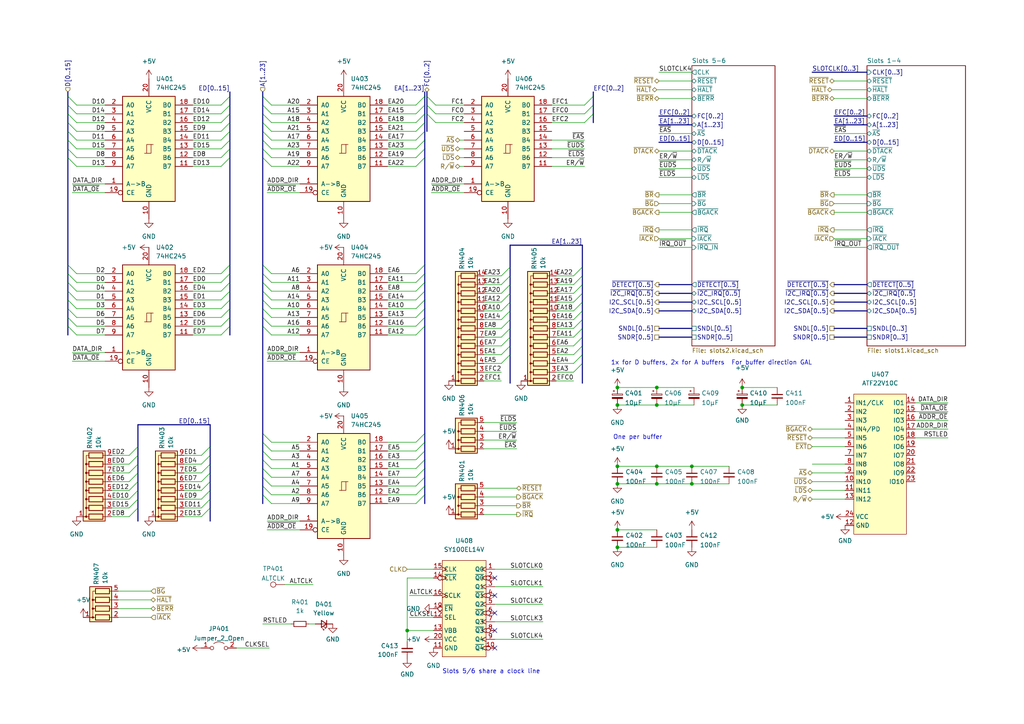
<source format=kicad_sch>
(kicad_sch (version 20211123) (generator eeschema)
  (paper "A4")
  (title_block (title "Backplane") (date "2022-03-01") (rev "2") (company "Tristan Seifert") (comment 1 "Buffers may be substituted with 74VHC245 for higher speed") (comment 2 "Close JP401 to send ALTCLK to slot clock pins instead of CPU clk"))
  (junction (at 179.07 140.335))
  (junction (at 215.265 112.395))
  (junction (at 190.5 117.475))
  (junction (at 179.07 153.67))
  (junction (at 215.265 117.475))
  (junction (at 179.07 112.395))
  (junction (at 118.11 182.88))
  (junction (at 179.07 135.255))
  (junction (at 200.66 140.335))
  (junction (at 200.66 135.255))
  (junction (at 190.5 140.335))
  (junction (at 190.5 112.395))
  (junction (at 179.07 117.475))
  (junction (at 179.07 158.75))
  (junction (at 190.5 135.255))
  (no_connect (at 143.51 187.96))
  (no_connect (at 143.51 177.8))
  (no_connect (at 143.51 182.88))
  (no_connect (at 143.51 167.64))
  (no_connect (at 143.51 172.72))
  (bus_entry (at 168.91 80.01) (size -2.54 2.54))
  (bus_entry (at 123.19 40.64) (size -2.54 2.54))
  (bus_entry (at 66.675 92.075) (size -2.54 2.54))
  (bus_entry (at 66.675 94.615) (size -2.54 2.54))
  (bus_entry (at 168.91 100.33) (size -2.54 2.54))
  (bus_entry (at 19.685 27.94) (size 2.54 2.54))
  (bus_entry (at 168.91 102.87) (size -2.54 2.54))
  (bus_entry (at 19.685 43.18) (size 2.54 2.54))
  (bus_entry (at 76.2 128.27) (size 2.54 2.54))
  (bus_entry (at 168.91 105.41) (size -2.54 2.54))
  (bus_entry (at 123.19 43.18) (size -2.54 2.54))
  (bus_entry (at 66.675 33.02) (size -2.54 2.54))
  (bus_entry (at 76.2 133.35) (size 2.54 2.54))
  (bus_entry (at 66.675 30.48) (size -2.54 2.54))
  (bus_entry (at 76.2 89.535) (size 2.54 2.54))
  (bus_entry (at 168.91 87.63) (size -2.54 2.54))
  (bus_entry (at 123.19 84.455) (size -2.54 2.54))
  (bus_entry (at 19.685 33.02) (size 2.54 2.54))
  (bus_entry (at 76.2 76.835) (size 2.54 2.54))
  (bus_entry (at 147.955 90.17) (size -2.54 2.54))
  (bus_entry (at 76.2 35.56) (size 2.54 2.54))
  (bus_entry (at 123.19 45.72) (size -2.54 2.54))
  (bus_entry (at 40.005 142.24) (size -2.54 2.54))
  (bus_entry (at 123.19 79.375) (size -2.54 2.54))
  (bus_entry (at 147.955 95.25) (size -2.54 2.54))
  (bus_entry (at 147.955 82.55) (size -2.54 2.54))
  (bus_entry (at 40.005 137.16) (size -2.54 2.54))
  (bus_entry (at 147.955 87.63) (size -2.54 2.54))
  (bus_entry (at 76.2 135.89) (size 2.54 2.54))
  (bus_entry (at 168.91 90.17) (size -2.54 2.54))
  (bus_entry (at 60.96 147.32) (size -2.54 2.54))
  (bus_entry (at 123.19 140.97) (size -2.54 2.54))
  (bus_entry (at 66.675 35.56) (size -2.54 2.54))
  (bus_entry (at 66.675 27.94) (size -2.54 2.54))
  (bus_entry (at 123.19 135.89) (size -2.54 2.54))
  (bus_entry (at 40.005 144.78) (size -2.54 2.54))
  (bus_entry (at 168.91 92.71) (size -2.54 2.54))
  (bus_entry (at 66.675 43.18) (size -2.54 2.54))
  (bus_entry (at 147.955 102.87) (size -2.54 2.54))
  (bus_entry (at 168.91 82.55) (size -2.54 2.54))
  (bus_entry (at 40.005 134.62) (size -2.54 2.54))
  (bus_entry (at 123.19 35.56) (size -2.54 2.54))
  (bus_entry (at 60.96 137.16) (size -2.54 2.54))
  (bus_entry (at 19.685 35.56) (size 2.54 2.54))
  (bus_entry (at 66.675 79.375) (size -2.54 2.54))
  (bus_entry (at 123.19 76.835) (size -2.54 2.54))
  (bus_entry (at 168.91 77.47) (size -2.54 2.54))
  (bus_entry (at 66.675 81.915) (size -2.54 2.54))
  (bus_entry (at 123.19 143.51) (size -2.54 2.54))
  (bus_entry (at 76.2 81.915) (size 2.54 2.54))
  (bus_entry (at 147.955 92.71) (size -2.54 2.54))
  (bus_entry (at 66.675 86.995) (size -2.54 2.54))
  (bus_entry (at 76.2 38.1) (size 2.54 2.54))
  (bus_entry (at 76.2 43.18) (size 2.54 2.54))
  (bus_entry (at 19.685 45.72) (size 2.54 2.54))
  (bus_entry (at 66.675 84.455) (size -2.54 2.54))
  (bus_entry (at 76.2 30.48) (size 2.54 2.54))
  (bus_entry (at 19.685 30.48) (size 2.54 2.54))
  (bus_entry (at 147.955 80.01) (size -2.54 2.54))
  (bus_entry (at 76.2 140.97) (size 2.54 2.54))
  (bus_entry (at 19.685 79.375) (size 2.54 2.54))
  (bus_entry (at 19.685 76.835) (size 2.54 2.54))
  (bus_entry (at 19.685 94.615) (size 2.54 2.54))
  (bus_entry (at 19.685 92.075) (size 2.54 2.54))
  (bus_entry (at 19.685 89.535) (size 2.54 2.54))
  (bus_entry (at 19.685 84.455) (size 2.54 2.54))
  (bus_entry (at 19.685 86.995) (size 2.54 2.54))
  (bus_entry (at 19.685 81.915) (size 2.54 2.54))
  (bus_entry (at 147.955 85.09) (size -2.54 2.54))
  (bus_entry (at 66.675 38.1) (size -2.54 2.54))
  (bus_entry (at 19.685 38.1) (size 2.54 2.54))
  (bus_entry (at 40.005 132.08) (size -2.54 2.54))
  (bus_entry (at 147.955 77.47) (size -2.54 2.54))
  (bus_entry (at 76.2 94.615) (size 2.54 2.54))
  (bus_entry (at 40.005 129.54) (size -2.54 2.54))
  (bus_entry (at 76.2 86.995) (size 2.54 2.54))
  (bus_entry (at 66.675 45.72) (size -2.54 2.54))
  (bus_entry (at 123.19 38.1) (size -2.54 2.54))
  (bus_entry (at 123.19 92.075) (size -2.54 2.54))
  (bus_entry (at 76.2 92.075) (size 2.54 2.54))
  (bus_entry (at 168.91 97.79) (size -2.54 2.54))
  (bus_entry (at 76.2 40.64) (size 2.54 2.54))
  (bus_entry (at 60.96 134.62) (size -2.54 2.54))
  (bus_entry (at 40.005 139.7) (size -2.54 2.54))
  (bus_entry (at 123.19 81.915) (size -2.54 2.54))
  (bus_entry (at 76.2 33.02) (size 2.54 2.54))
  (bus_entry (at 123.19 130.81) (size -2.54 2.54))
  (bus_entry (at 123.19 125.73) (size -2.54 2.54))
  (bus_entry (at 76.2 45.72) (size 2.54 2.54))
  (bus_entry (at 19.685 40.64) (size 2.54 2.54))
  (bus_entry (at 123.19 94.615) (size -2.54 2.54))
  (bus_entry (at 147.955 100.33) (size -2.54 2.54))
  (bus_entry (at 168.91 95.25) (size -2.54 2.54))
  (bus_entry (at 66.675 89.535) (size -2.54 2.54))
  (bus_entry (at 168.91 85.09) (size -2.54 2.54))
  (bus_entry (at 123.19 27.94) (size -2.54 2.54))
  (bus_entry (at 60.96 129.54) (size -2.54 2.54))
  (bus_entry (at 76.2 79.375) (size 2.54 2.54))
  (bus_entry (at 60.96 144.78) (size -2.54 2.54))
  (bus_entry (at 123.19 30.48) (size -2.54 2.54))
  (bus_entry (at 123.19 89.535) (size -2.54 2.54))
  (bus_entry (at 76.2 138.43) (size 2.54 2.54))
  (bus_entry (at 76.2 130.81) (size 2.54 2.54))
  (bus_entry (at 123.19 133.35) (size -2.54 2.54))
  (bus_entry (at 66.675 40.64) (size -2.54 2.54))
  (bus_entry (at 147.955 97.79) (size -2.54 2.54))
  (bus_entry (at 123.825 27.94) (size 2.54 2.54))
  (bus_entry (at 123.825 33.02) (size 2.54 2.54))
  (bus_entry (at 123.825 30.48) (size 2.54 2.54))
  (bus_entry (at 123.19 128.27) (size -2.54 2.54))
  (bus_entry (at 76.2 27.94) (size 2.54 2.54))
  (bus_entry (at 76.2 84.455) (size 2.54 2.54))
  (bus_entry (at 76.2 125.73) (size 2.54 2.54))
  (bus_entry (at 169.545 35.56) (size 2.54 -2.54))
  (bus_entry (at 169.545 33.02) (size 2.54 -2.54))
  (bus_entry (at 169.545 30.48) (size 2.54 -2.54))
  (bus_entry (at 60.96 132.08) (size -2.54 2.54))
  (bus_entry (at 60.96 139.7) (size -2.54 2.54))
  (bus_entry (at 123.19 86.995) (size -2.54 2.54))
  (bus_entry (at 123.19 33.02) (size -2.54 2.54))
  (bus_entry (at 123.19 138.43) (size -2.54 2.54))
  (bus_entry (at 60.96 142.24) (size -2.54 2.54))
  (bus_entry (at 66.675 76.835) (size -2.54 2.54))
  (bus_entry (at 40.005 147.32) (size -2.54 2.54))
  (bus_entry (at 76.2 143.51) (size 2.54 2.54))
  (bus (pts (xy 19.685 92.075) (xy 19.685 94.615)))
  (bus (pts (xy 40.005 134.62) (xy 40.005 137.16)))
  (bus (pts (xy 168.91 90.17) (xy 168.91 92.71)))
  (wire (pts (xy 161.29 80.01) (xy 166.37 80.01)))
  (wire (pts (xy 78.74 97.155) (xy 86.995 97.155)))
  (wire (pts (xy 53.34 139.7) (xy 58.42 139.7)))
  (wire (pts (xy 265.43 127) (xy 274.955 127)))
  (wire (pts (xy 120.65 30.48) (xy 112.395 30.48)))
  (bus (pts (xy 147.955 95.25) (xy 147.955 97.79)))
  (wire (pts (xy 32.385 149.86) (xy 37.465 149.86)))
  (wire (pts (xy 22.225 94.615) (xy 30.48 94.615)))
  (wire (pts (xy 64.135 30.48) (xy 55.88 30.48)))
  (wire (pts (xy 120.65 135.89) (xy 112.395 135.89)))
  (bus (pts (xy 147.955 77.47) (xy 147.955 80.01)))
  (bus (pts (xy 123.19 33.02) (xy 123.19 35.56)))
  (wire (pts (xy 149.86 127.635) (xy 140.335 127.635)))
  (bus (pts (xy 123.19 43.18) (xy 123.19 45.72)))
  (bus (pts (xy 147.955 100.33) (xy 147.955 102.87)))
  (wire (pts (xy 22.225 81.915) (xy 30.48 81.915)))
  (wire (pts (xy 140.335 85.09) (xy 145.415 85.09)))
  (bus (pts (xy 147.955 92.71) (xy 147.955 95.25)))
  (bus (pts (xy 76.2 76.835) (xy 76.2 79.375)))
  (wire (pts (xy 125.73 182.88) (xy 118.11 182.88)))
  (wire (pts (xy 68.58 187.96) (xy 78.105 187.96)))
  (bus (pts (xy 40.005 132.08) (xy 40.005 134.62)))
  (bus (pts (xy 168.91 77.47) (xy 168.91 80.01)))
  (bus (pts (xy 76.2 125.73) (xy 76.2 128.27)))
  (bus (pts (xy 60.96 139.7) (xy 60.96 142.24)))
  (bus (pts (xy 172.085 33.02) (xy 172.085 35.56)))
  (wire (pts (xy 191.135 69.215) (xy 200.66 69.215)))
  (wire (pts (xy 241.935 69.215) (xy 251.46 69.215)))
  (bus (pts (xy 191.135 95.25) (xy 200.66 95.25)))
  (wire (pts (xy 190.5 117.475) (xy 201.295 117.475)))
  (wire (pts (xy 64.135 89.535) (xy 55.88 89.535)))
  (wire (pts (xy 77.47 102.235) (xy 86.995 102.235)))
  (wire (pts (xy 200.66 140.335) (xy 211.455 140.335)))
  (wire (pts (xy 161.29 92.71) (xy 166.37 92.71)))
  (wire (pts (xy 78.74 79.375) (xy 86.995 79.375)))
  (wire (pts (xy 235.585 134.62) (xy 245.11 134.62)))
  (wire (pts (xy 126.365 33.02) (xy 134.62 33.02)))
  (wire (pts (xy 143.51 165.1) (xy 157.48 165.1)))
  (bus (pts (xy 66.675 40.64) (xy 66.675 43.18)))
  (bus (pts (xy 168.91 97.79) (xy 168.91 100.33)))
  (wire (pts (xy 20.955 53.34) (xy 30.48 53.34)))
  (wire (pts (xy 78.74 128.27) (xy 86.995 128.27)))
  (bus (pts (xy 168.91 80.01) (xy 168.91 82.55)))
  (wire (pts (xy 140.335 107.95) (xy 145.415 107.95)))
  (wire (pts (xy 179.07 135.255) (xy 190.5 135.255)))
  (wire (pts (xy 120.65 133.35) (xy 112.395 133.35)))
  (bus (pts (xy 76.2 84.455) (xy 76.2 86.995)))
  (bus (pts (xy 76.2 26.67) (xy 76.2 27.94)))
  (bus (pts (xy 19.685 35.56) (xy 19.685 38.1)))
  (wire (pts (xy 64.135 40.64) (xy 55.88 40.64)))
  (bus (pts (xy 123.19 138.43) (xy 123.19 140.97)))
  (bus (pts (xy 19.685 27.94) (xy 19.685 30.48)))
  (wire (pts (xy 64.135 48.26) (xy 55.88 48.26)))
  (wire (pts (xy 53.34 149.86) (xy 58.42 149.86)))
  (wire (pts (xy 20.955 55.88) (xy 30.48 55.88)))
  (wire (pts (xy 120.65 140.97) (xy 112.395 140.97)))
  (wire (pts (xy 160.02 35.56) (xy 169.545 35.56)))
  (bus (pts (xy 66.675 86.995) (xy 66.675 89.535)))
  (wire (pts (xy 161.29 100.33) (xy 166.37 100.33)))
  (wire (pts (xy 78.74 138.43) (xy 86.995 138.43)))
  (bus (pts (xy 19.685 38.1) (xy 19.685 40.64)))
  (wire (pts (xy 64.135 97.155) (xy 55.88 97.155)))
  (wire (pts (xy 160.02 33.02) (xy 169.545 33.02)))
  (wire (pts (xy 241.935 56.515) (xy 251.46 56.515)))
  (wire (pts (xy 64.135 92.075) (xy 55.88 92.075)))
  (bus (pts (xy 66.675 94.615) (xy 66.675 97.155)))
  (bus (pts (xy 123.19 92.075) (xy 123.19 94.615)))
  (bus (pts (xy 123.19 81.915) (xy 123.19 84.455)))
  (bus (pts (xy 191.135 90.17) (xy 200.66 90.17)))
  (bus (pts (xy 147.955 87.63) (xy 147.955 90.17)))
  (bus (pts (xy 76.2 140.97) (xy 76.2 143.51)))
  (wire (pts (xy 120.65 35.56) (xy 112.395 35.56)))
  (bus (pts (xy 19.685 43.18) (xy 19.685 45.72)))
  (wire (pts (xy 120.65 97.155) (xy 112.395 97.155)))
  (bus (pts (xy 66.675 81.915) (xy 66.675 84.455)))
  (wire (pts (xy 64.135 86.995) (xy 55.88 86.995)))
  (bus (pts (xy 40.005 144.78) (xy 40.005 147.32)))
  (bus (pts (xy 168.91 71.12) (xy 168.91 77.47)))
  (wire (pts (xy 120.65 38.1) (xy 112.395 38.1)))
  (wire (pts (xy 200.66 135.255) (xy 211.455 135.255)))
  (wire (pts (xy 235.585 144.78) (xy 245.11 144.78)))
  (wire (pts (xy 140.335 110.49) (xy 145.415 110.49)))
  (wire (pts (xy 34.29 176.53) (xy 43.815 176.53)))
  (bus (pts (xy 172.085 27.94) (xy 172.085 30.48)))
  (bus (pts (xy 147.955 71.12) (xy 168.91 71.12)))
  (bus (pts (xy 191.135 87.63) (xy 200.66 87.63)))
  (wire (pts (xy 160.02 43.18) (xy 169.545 43.18)))
  (wire (pts (xy 241.935 28.575) (xy 251.46 28.575)))
  (bus (pts (xy 191.135 41.275) (xy 200.66 41.275)))
  (wire (pts (xy 120.65 43.18) (xy 112.395 43.18)))
  (bus (pts (xy 123.19 128.27) (xy 123.19 130.81)))
  (wire (pts (xy 179.07 112.395) (xy 190.5 112.395)))
  (bus (pts (xy 19.685 26.67) (xy 19.685 27.94)))
  (wire (pts (xy 78.74 94.615) (xy 86.995 94.615)))
  (wire (pts (xy 160.02 45.72) (xy 169.545 45.72)))
  (bus (pts (xy 76.2 89.535) (xy 76.2 92.075)))
  (wire (pts (xy 235.585 124.46) (xy 245.11 124.46)))
  (wire (pts (xy 120.65 84.455) (xy 112.395 84.455)))
  (wire (pts (xy 78.74 92.075) (xy 86.995 92.075)))
  (wire (pts (xy 133.35 43.18) (xy 134.62 43.18)))
  (bus (pts (xy 123.19 143.51) (xy 123.19 146.05)))
  (wire (pts (xy 125.095 53.34) (xy 134.62 53.34)))
  (wire (pts (xy 191.135 43.815) (xy 200.66 43.815)))
  (wire (pts (xy 78.74 45.72) (xy 86.995 45.72)))
  (bus (pts (xy 123.19 133.35) (xy 123.19 135.89)))
  (bus (pts (xy 66.675 27.94) (xy 66.675 30.48)))
  (bus (pts (xy 76.2 35.56) (xy 76.2 38.1)))
  (bus (pts (xy 123.19 86.995) (xy 123.19 89.535)))
  (wire (pts (xy 22.225 43.18) (xy 30.48 43.18)))
  (wire (pts (xy 235.585 139.7) (xy 245.11 139.7)))
  (wire (pts (xy 22.225 84.455) (xy 30.48 84.455)))
  (bus (pts (xy 60.96 147.32) (xy 60.96 151.13)))
  (wire (pts (xy 161.29 97.79) (xy 166.37 97.79)))
  (bus (pts (xy 76.2 86.995) (xy 76.2 89.535)))
  (wire (pts (xy 241.935 43.815) (xy 251.46 43.815)))
  (bus (pts (xy 123.19 135.89) (xy 123.19 138.43)))
  (bus (pts (xy 172.085 30.48) (xy 172.085 33.02)))
  (wire (pts (xy 149.86 125.095) (xy 140.335 125.095)))
  (wire (pts (xy 120.65 130.81) (xy 112.395 130.81)))
  (bus (pts (xy 168.91 102.87) (xy 168.91 105.41)))
  (wire (pts (xy 22.225 45.72) (xy 30.48 45.72)))
  (wire (pts (xy 191.135 59.055) (xy 200.66 59.055)))
  (bus (pts (xy 147.955 102.87) (xy 147.955 111.125)))
  (bus (pts (xy 123.19 40.64) (xy 123.19 43.18)))
  (bus (pts (xy 60.96 137.16) (xy 60.96 139.7)))
  (wire (pts (xy 64.135 45.72) (xy 55.88 45.72)))
  (bus (pts (xy 241.935 85.09) (xy 251.46 85.09)))
  (wire (pts (xy 64.135 79.375) (xy 55.88 79.375)))
  (bus (pts (xy 40.005 137.16) (xy 40.005 139.7)))
  (wire (pts (xy 20.955 104.775) (xy 30.48 104.775)))
  (bus (pts (xy 168.91 105.41) (xy 168.91 111.125)))
  (wire (pts (xy 78.74 30.48) (xy 86.995 30.48)))
  (wire (pts (xy 140.335 95.25) (xy 145.415 95.25)))
  (wire (pts (xy 78.74 38.1) (xy 86.995 38.1)))
  (bus (pts (xy 76.2 135.89) (xy 76.2 138.43)))
  (wire (pts (xy 22.225 79.375) (xy 30.48 79.375)))
  (wire (pts (xy 120.65 79.375) (xy 112.395 79.375)))
  (bus (pts (xy 40.005 142.24) (xy 40.005 144.78)))
  (wire (pts (xy 78.74 135.89) (xy 86.995 135.89)))
  (bus (pts (xy 241.935 87.63) (xy 251.46 87.63)))
  (wire (pts (xy 190.5 26.035) (xy 200.66 26.035)))
  (wire (pts (xy 161.29 85.09) (xy 166.37 85.09)))
  (bus (pts (xy 66.675 38.1) (xy 66.675 40.64)))
  (wire (pts (xy 241.935 23.495) (xy 251.46 23.495)))
  (wire (pts (xy 161.29 107.95) (xy 166.37 107.95)))
  (wire (pts (xy 190.5 140.335) (xy 200.66 140.335)))
  (bus (pts (xy 235.585 20.955) (xy 251.46 20.955)))
  (wire (pts (xy 120.65 146.05) (xy 112.395 146.05)))
  (wire (pts (xy 140.335 97.79) (xy 145.415 97.79)))
  (wire (pts (xy 77.47 53.34) (xy 86.995 53.34)))
  (wire (pts (xy 140.335 149.225) (xy 149.86 149.225)))
  (wire (pts (xy 140.335 144.145) (xy 149.86 144.145)))
  (wire (pts (xy 140.335 105.41) (xy 145.415 105.41)))
  (wire (pts (xy 32.385 147.32) (xy 37.465 147.32)))
  (wire (pts (xy 120.65 40.64) (xy 112.395 40.64)))
  (bus (pts (xy 123.19 79.375) (xy 123.19 81.915)))
  (wire (pts (xy 265.43 121.92) (xy 274.955 121.92)))
  (wire (pts (xy 235.585 137.16) (xy 245.11 137.16)))
  (wire (pts (xy 140.335 90.17) (xy 145.415 90.17)))
  (wire (pts (xy 78.74 140.97) (xy 86.995 140.97)))
  (wire (pts (xy 140.335 82.55) (xy 145.415 82.55)))
  (bus (pts (xy 60.96 142.24) (xy 60.96 144.78)))
  (wire (pts (xy 160.02 48.26) (xy 169.545 48.26)))
  (bus (pts (xy 123.19 38.1) (xy 123.19 40.64)))
  (wire (pts (xy 161.29 95.25) (xy 166.37 95.25)))
  (bus (pts (xy 19.685 30.48) (xy 19.685 33.02)))
  (wire (pts (xy 241.935 46.355) (xy 251.46 46.355)))
  (bus (pts (xy 66.675 89.535) (xy 66.675 92.075)))
  (bus (pts (xy 66.675 76.835) (xy 66.675 79.375)))
  (bus (pts (xy 76.2 45.72) (xy 76.2 76.835)))
  (bus (pts (xy 76.2 40.64) (xy 76.2 43.18)))
  (bus (pts (xy 191.135 82.55) (xy 200.66 82.55)))
  (wire (pts (xy 53.34 144.78) (xy 58.42 144.78)))
  (wire (pts (xy 53.34 142.24) (xy 58.42 142.24)))
  (wire (pts (xy 191.135 28.575) (xy 200.66 28.575)))
  (wire (pts (xy 265.43 124.46) (xy 274.955 124.46)))
  (bus (pts (xy 123.19 125.73) (xy 123.19 128.27)))
  (wire (pts (xy 241.935 66.675) (xy 251.46 66.675)))
  (wire (pts (xy 140.335 100.33) (xy 145.415 100.33)))
  (wire (pts (xy 235.585 127) (xy 245.11 127)))
  (wire (pts (xy 118.745 172.72) (xy 125.73 172.72)))
  (bus (pts (xy 147.955 82.55) (xy 147.955 85.09)))
  (wire (pts (xy 22.225 30.48) (xy 30.48 30.48)))
  (wire (pts (xy 190.5 112.395) (xy 201.295 112.395)))
  (wire (pts (xy 77.47 104.775) (xy 86.995 104.775)))
  (wire (pts (xy 161.29 82.55) (xy 166.37 82.55)))
  (wire (pts (xy 179.07 158.75) (xy 190.5 158.75)))
  (bus (pts (xy 60.96 123.19) (xy 60.96 129.54)))
  (bus (pts (xy 168.91 100.33) (xy 168.91 102.87)))
  (bus (pts (xy 123.19 94.615) (xy 123.19 125.73)))
  (wire (pts (xy 265.43 116.84) (xy 274.955 116.84)))
  (wire (pts (xy 78.74 81.915) (xy 86.995 81.915)))
  (wire (pts (xy 241.935 38.735) (xy 251.46 38.735)))
  (wire (pts (xy 120.65 143.51) (xy 112.395 143.51)))
  (bus (pts (xy 19.685 89.535) (xy 19.685 92.075)))
  (wire (pts (xy 191.135 38.735) (xy 200.66 38.735)))
  (wire (pts (xy 241.935 48.895) (xy 251.46 48.895)))
  (wire (pts (xy 22.225 38.1) (xy 30.48 38.1)))
  (bus (pts (xy 147.955 97.79) (xy 147.955 100.33)))
  (wire (pts (xy 82.55 169.545) (xy 90.805 169.545)))
  (bus (pts (xy 123.19 89.535) (xy 123.19 92.075)))
  (bus (pts (xy 76.2 143.51) (xy 76.2 146.05)))
  (wire (pts (xy 34.29 179.07) (xy 43.815 179.07)))
  (bus (pts (xy 191.135 36.195) (xy 200.66 36.195)))
  (bus (pts (xy 40.005 123.19) (xy 60.96 123.19)))
  (wire (pts (xy 126.365 35.56) (xy 134.62 35.56)))
  (bus (pts (xy 123.19 30.48) (xy 123.19 33.02)))
  (wire (pts (xy 143.51 180.34) (xy 157.48 180.34)))
  (wire (pts (xy 120.65 48.26) (xy 112.395 48.26)))
  (bus (pts (xy 191.135 97.79) (xy 200.66 97.79)))
  (bus (pts (xy 241.935 90.17) (xy 251.46 90.17)))
  (bus (pts (xy 19.685 76.835) (xy 19.685 79.375)))
  (wire (pts (xy 78.74 43.18) (xy 86.995 43.18)))
  (wire (pts (xy 125.095 55.88) (xy 134.62 55.88)))
  (bus (pts (xy 66.675 79.375) (xy 66.675 81.915)))
  (bus (pts (xy 40.005 139.7) (xy 40.005 142.24)))
  (bus (pts (xy 123.19 140.97) (xy 123.19 143.51)))
  (wire (pts (xy 179.07 140.335) (xy 190.5 140.335)))
  (bus (pts (xy 60.96 132.08) (xy 60.96 134.62)))
  (wire (pts (xy 22.225 97.155) (xy 30.48 97.155)))
  (bus (pts (xy 123.825 30.48) (xy 123.825 33.02)))
  (wire (pts (xy 64.135 81.915) (xy 55.88 81.915)))
  (bus (pts (xy 172.085 26.67) (xy 172.085 27.94)))
  (bus (pts (xy 123.19 27.94) (xy 123.19 30.48)))
  (wire (pts (xy 133.35 45.72) (xy 134.62 45.72)))
  (wire (pts (xy 32.385 132.08) (xy 37.465 132.08)))
  (bus (pts (xy 19.685 94.615) (xy 19.685 97.155)))
  (bus (pts (xy 66.675 43.18) (xy 66.675 45.72)))
  (wire (pts (xy 22.225 33.02) (xy 30.48 33.02)))
  (wire (pts (xy 118.11 165.1) (xy 125.73 165.1)))
  (wire (pts (xy 191.135 48.895) (xy 200.66 48.895)))
  (wire (pts (xy 64.135 84.455) (xy 55.88 84.455)))
  (wire (pts (xy 140.335 80.01) (xy 145.415 80.01)))
  (bus (pts (xy 147.955 90.17) (xy 147.955 92.71)))
  (wire (pts (xy 64.135 38.1) (xy 55.88 38.1)))
  (wire (pts (xy 133.35 48.26) (xy 134.62 48.26)))
  (wire (pts (xy 143.51 170.18) (xy 157.48 170.18)))
  (bus (pts (xy 168.91 95.25) (xy 168.91 97.79)))
  (bus (pts (xy 123.825 33.02) (xy 123.825 38.1)))
  (wire (pts (xy 78.74 130.81) (xy 86.995 130.81)))
  (bus (pts (xy 123.19 130.81) (xy 123.19 133.35)))
  (wire (pts (xy 191.135 71.755) (xy 200.66 71.755)))
  (wire (pts (xy 64.135 43.18) (xy 55.88 43.18)))
  (bus (pts (xy 60.96 134.62) (xy 60.96 137.16)))
  (wire (pts (xy 215.265 117.475) (xy 225.425 117.475)))
  (bus (pts (xy 123.825 26.67) (xy 123.825 27.94)))
  (bus (pts (xy 66.675 45.72) (xy 66.675 76.835)))
  (wire (pts (xy 64.135 94.615) (xy 55.88 94.615)))
  (bus (pts (xy 19.685 84.455) (xy 19.685 86.995)))
  (wire (pts (xy 78.74 146.05) (xy 86.995 146.05)))
  (wire (pts (xy 179.07 117.475) (xy 190.5 117.475)))
  (wire (pts (xy 22.225 48.26) (xy 30.48 48.26)))
  (wire (pts (xy 32.385 137.16) (xy 37.465 137.16)))
  (bus (pts (xy 241.935 82.55) (xy 251.46 82.55)))
  (bus (pts (xy 19.685 33.02) (xy 19.685 35.56)))
  (wire (pts (xy 77.47 151.13) (xy 86.995 151.13)))
  (wire (pts (xy 34.29 171.45) (xy 43.815 171.45)))
  (bus (pts (xy 241.935 41.275) (xy 251.46 41.275)))
  (bus (pts (xy 76.2 30.48) (xy 76.2 33.02)))
  (wire (pts (xy 191.135 51.435) (xy 200.66 51.435)))
  (wire (pts (xy 64.135 35.56) (xy 55.88 35.56)))
  (wire (pts (xy 161.29 90.17) (xy 166.37 90.17)))
  (wire (pts (xy 140.335 146.685) (xy 149.86 146.685)))
  (wire (pts (xy 78.74 86.995) (xy 86.995 86.995)))
  (wire (pts (xy 78.74 40.64) (xy 86.995 40.64)))
  (wire (pts (xy 78.74 33.02) (xy 86.995 33.02)))
  (bus (pts (xy 76.2 130.81) (xy 76.2 133.35)))
  (wire (pts (xy 149.86 122.555) (xy 140.335 122.555)))
  (wire (pts (xy 78.74 143.51) (xy 86.995 143.51)))
  (wire (pts (xy 22.225 92.075) (xy 30.48 92.075)))
  (bus (pts (xy 123.19 76.835) (xy 123.19 79.375)))
  (bus (pts (xy 66.675 33.02) (xy 66.675 35.56)))
  (wire (pts (xy 235.585 142.24) (xy 245.11 142.24)))
  (bus (pts (xy 123.19 26.67) (xy 123.19 27.94)))
  (wire (pts (xy 64.135 33.02) (xy 55.88 33.02)))
  (bus (pts (xy 147.955 80.01) (xy 147.955 82.55)))
  (wire (pts (xy 241.935 71.755) (xy 251.46 71.755)))
  (bus (pts (xy 19.685 79.375) (xy 19.685 81.915)))
  (wire (pts (xy 32.385 144.78) (xy 37.465 144.78)))
  (wire (pts (xy 191.135 61.595) (xy 200.66 61.595)))
  (wire (pts (xy 120.65 92.075) (xy 112.395 92.075)))
  (wire (pts (xy 140.335 87.63) (xy 145.415 87.63)))
  (wire (pts (xy 118.11 182.88) (xy 118.11 167.64)))
  (bus (pts (xy 19.685 86.995) (xy 19.685 89.535)))
  (wire (pts (xy 241.935 59.055) (xy 251.46 59.055)))
  (wire (pts (xy 191.135 23.495) (xy 200.66 23.495)))
  (bus (pts (xy 40.005 123.19) (xy 40.005 129.54)))
  (bus (pts (xy 76.2 133.35) (xy 76.2 135.89)))
  (wire (pts (xy 120.65 81.915) (xy 112.395 81.915)))
  (wire (pts (xy 235.585 129.54) (xy 245.11 129.54)))
  (bus (pts (xy 60.96 144.78) (xy 60.96 147.32)))
  (wire (pts (xy 143.51 185.42) (xy 157.48 185.42)))
  (wire (pts (xy 120.65 45.72) (xy 112.395 45.72)))
  (wire (pts (xy 22.225 89.535) (xy 30.48 89.535)))
  (wire (pts (xy 32.385 139.7) (xy 37.465 139.7)))
  (bus (pts (xy 76.2 33.02) (xy 76.2 35.56)))
  (wire (pts (xy 22.225 40.64) (xy 30.48 40.64)))
  (bus (pts (xy 19.685 45.72) (xy 19.685 76.835)))
  (bus (pts (xy 76.2 27.94) (xy 76.2 30.48)))
  (wire (pts (xy 191.135 20.955) (xy 200.66 20.955)))
  (wire (pts (xy 191.135 46.355) (xy 200.66 46.355)))
  (wire (pts (xy 118.11 167.64) (xy 125.73 167.64)))
  (bus (pts (xy 241.935 95.25) (xy 251.46 95.25)))
  (wire (pts (xy 161.29 102.87) (xy 166.37 102.87)))
  (bus (pts (xy 76.2 79.375) (xy 76.2 81.915)))
  (wire (pts (xy 133.35 40.64) (xy 134.62 40.64)))
  (bus (pts (xy 76.2 43.18) (xy 76.2 45.72)))
  (bus (pts (xy 168.91 82.55) (xy 168.91 85.09)))
  (wire (pts (xy 149.86 130.175) (xy 140.335 130.175)))
  (bus (pts (xy 66.675 92.075) (xy 66.675 94.615)))
  (wire (pts (xy 78.74 84.455) (xy 86.995 84.455)))
  (wire (pts (xy 126.365 30.48) (xy 134.62 30.48)))
  (wire (pts (xy 140.335 141.605) (xy 149.86 141.605)))
  (bus (pts (xy 123.19 84.455) (xy 123.19 86.995)))
  (wire (pts (xy 118.745 179.07) (xy 125.73 179.07)))
  (wire (pts (xy 160.02 30.48) (xy 169.545 30.48)))
  (wire (pts (xy 120.65 86.995) (xy 112.395 86.995)))
  (wire (pts (xy 161.29 110.49) (xy 166.37 110.49)))
  (wire (pts (xy 140.335 102.87) (xy 145.415 102.87)))
  (wire (pts (xy 140.335 92.71) (xy 145.415 92.71)))
  (wire (pts (xy 265.43 119.38) (xy 274.955 119.38)))
  (bus (pts (xy 168.91 85.09) (xy 168.91 87.63)))
  (wire (pts (xy 77.47 55.88) (xy 86.995 55.88)))
  (bus (pts (xy 19.685 40.64) (xy 19.685 43.18)))
  (bus (pts (xy 76.2 128.27) (xy 76.2 130.81)))
  (bus (pts (xy 191.135 33.655) (xy 200.66 33.655)))
  (bus (pts (xy 76.2 81.915) (xy 76.2 84.455)))
  (bus (pts (xy 66.675 30.48) (xy 66.675 33.02)))
  (wire (pts (xy 120.65 138.43) (xy 112.395 138.43)))
  (wire (pts (xy 20.955 102.235) (xy 30.48 102.235)))
  (bus (pts (xy 76.2 94.615) (xy 76.2 125.73)))
  (wire (pts (xy 78.74 89.535) (xy 86.995 89.535)))
  (wire (pts (xy 191.135 66.675) (xy 200.66 66.675)))
  (bus (pts (xy 19.685 81.915) (xy 19.685 84.455)))
  (bus (pts (xy 76.2 92.075) (xy 76.2 94.615)))
  (bus (pts (xy 241.935 97.79) (xy 251.46 97.79)))
  (wire (pts (xy 120.65 89.535) (xy 112.395 89.535)))
  (bus (pts (xy 191.135 85.09) (xy 200.66 85.09)))
  (wire (pts (xy 53.34 132.08) (xy 58.42 132.08)))
  (wire (pts (xy 179.07 153.67) (xy 190.5 153.67)))
  (bus (pts (xy 60.96 129.54) (xy 60.96 132.08)))
  (wire (pts (xy 22.225 86.995) (xy 30.48 86.995)))
  (wire (pts (xy 190.5 135.255) (xy 200.66 135.255)))
  (bus (pts (xy 123.825 27.94) (xy 123.825 30.48)))
  (wire (pts (xy 34.29 173.99) (xy 43.815 173.99)))
  (wire (pts (xy 118.11 182.88) (xy 118.11 186.055)))
  (wire (pts (xy 215.265 112.395) (xy 225.425 112.395)))
  (bus (pts (xy 40.005 147.32) (xy 40.005 151.13)))
  (wire (pts (xy 120.65 33.02) (xy 112.395 33.02)))
  (wire (pts (xy 53.34 147.32) (xy 58.42 147.32)))
  (wire (pts (xy 143.51 175.26) (xy 157.48 175.26)))
  (bus (pts (xy 168.91 92.71) (xy 168.91 95.25)))
  (bus (pts (xy 147.955 71.12) (xy 147.955 77.47)))
  (bus (pts (xy 241.935 36.195) (xy 251.46 36.195)))
  (wire (pts (xy 120.65 128.27) (xy 112.395 128.27)))
  (wire (pts (xy 78.74 133.35) (xy 86.995 133.35)))
  (wire (pts (xy 241.935 61.595) (xy 251.46 61.595)))
  (bus (pts (xy 123.19 45.72) (xy 123.19 76.835)))
  (bus (pts (xy 123.19 35.56) (xy 123.19 38.1)))
  (bus (pts (xy 66.675 26.67) (xy 66.675 27.94)))
  (bus (pts (xy 168.91 87.63) (xy 168.91 90.17)))
  (wire (pts (xy 89.535 180.975) (xy 91.44 180.975)))
  (bus (pts (xy 66.675 35.56) (xy 66.675 38.1)))
  (wire (pts (xy 22.225 35.56) (xy 30.48 35.56)))
  (wire (pts (xy 120.65 94.615) (xy 112.395 94.615)))
  (bus (pts (xy 40.005 129.54) (xy 40.005 132.08)))
  (wire (pts (xy 161.29 105.41) (xy 166.37 105.41)))
  (wire (pts (xy 78.74 48.26) (xy 86.995 48.26)))
  (wire (pts (xy 32.385 134.62) (xy 37.465 134.62)))
  (wire (pts (xy 32.385 142.24) (xy 37.465 142.24)))
  (wire (pts (xy 241.3 26.035) (xy 251.46 26.035)))
  (wire (pts (xy 53.34 134.62) (xy 58.42 134.62)))
  (wire (pts (xy 191.135 56.515) (xy 200.66 56.515)))
  (wire (pts (xy 84.455 180.975) (xy 76.2 180.975)))
  (bus (pts (xy 147.955 85.09) (xy 147.955 87.63)))
  (wire (pts (xy 53.34 137.16) (xy 58.42 137.16)))
  (bus (pts (xy 241.935 33.655) (xy 251.46 33.655)))
  (bus (pts (xy 66.675 84.455) (xy 66.675 86.995)))
  (wire (pts (xy 77.47 153.67) (xy 86.995 153.67)))
  (wire (pts (xy 241.935 51.435) (xy 251.46 51.435)))
  (wire (pts (xy 161.29 87.63) (xy 166.37 87.63)))
  (wire (pts (xy 160.02 40.64) (xy 169.545 40.64)))
  (bus (pts (xy 76.2 38.1) (xy 76.2 40.64)))
  (bus (pts (xy 76.2 138.43) (xy 76.2 140.97)))
  (wire (pts (xy 78.74 35.56) (xy 86.995 35.56)))
  (text "One per buffer" (at 177.8 127.635 0) (effects (font (size 1.27 1.27)) (justify left bottom)))
  (text "1x for D buffers, 2x for A buffers" (at 177.165 106.045 0) (effects (font (size 1.27 1.27)) (justify left bottom)))
  (text "For buffer direction GAL" (at 212.09 106.045 0) (effects (font (size 1.27 1.27)) (justify left bottom)))
  (text "Slots 5/6 share a clock line" (at 128.27 195.58 0) (effects (font (size 1.27 1.27)) (justify left bottom)))
  (label "DATA_DIR" (at 20.955 102.235 0))
  (label "A11" (at 86.995 81.915 180))
  (label "SLOTCLK4" (at 157.48 185.42 180))
  (label "ED5" (at 53.34 137.16 0))
  (label "A4" (at 86.995 140.97 180))
  (label "ED3" (at 32.385 137.16 0))
  (label "A3" (at 86.995 133.35 180))
  (label "EA17" (at 161.29 85.09 0))
  (label "~{EUDS}" (at 169.545 43.18 180))
  (label "ED9" (at 53.34 144.78 0))
  (label "A9" (at 86.995 146.05 180))
  (label "~{DATA_OE}" (at 20.955 104.775 0))
  (label "EFC1" (at 160.02 30.48 0))
  (label "~{EUDS}" (at 241.935 48.895 0))
  (label "SLOTCLK0" (at 157.48 165.1 180))
  (label "EA[1..23]" (at 241.935 36.195 0))
  (label "A10" (at 86.995 89.535 180))
  (label "D9" (at 30.48 38.1 180))
  (label "ED8" (at 32.385 149.86 0))
  (label "EA2" (at 161.29 102.87 0))
  (label "ED7" (at 55.88 97.155 0))
  (label "ED6" (at 32.385 139.7 0))
  (label "ED[0..15]" (at 60.96 123.19 180))
  (label "~{DATA_OE}" (at 20.955 55.88 0))
  (label "EA20" (at 112.395 30.48 0))
  (label "ER{slash}~{W}" (at 169.545 48.26 180))
  (label "EA5" (at 112.395 130.81 0))
  (label "ED[0..15]" (at 241.935 41.275 0))
  (label "ED14" (at 53.34 142.24 0))
  (label "~{ELDS}" (at 241.935 51.435 0))
  (label "EA18" (at 161.29 90.17 0))
  (label "ADDR_DIR" (at 125.095 53.34 0))
  (label "EA16" (at 161.29 92.71 0))
  (label "DATA_DIR" (at 274.955 116.84 180))
  (label "~{EUDS}" (at 191.135 48.895 0))
  (label "EA17" (at 112.395 40.64 0))
  (label "D1" (at 30.48 86.995 180))
  (label "EA11" (at 112.395 81.915 0))
  (label "A1" (at 86.995 135.89 180))
  (label "EFC1" (at 145.415 110.49 180))
  (label "ED8" (at 55.88 45.72 0))
  (label "~{ADDR_OE}" (at 77.47 153.67 0))
  (label "A13" (at 86.995 92.075 180))
  (label "EA21" (at 140.335 82.55 0))
  (label "A7" (at 86.995 138.43 180))
  (label "ED9" (at 55.88 38.1 0))
  (label "EA13" (at 161.29 95.25 0))
  (label "SLOTCLK1" (at 157.48 170.18 180))
  (label "EA20" (at 140.335 85.09 0))
  (label "D0" (at 30.48 81.915 180))
  (label "~{ELDS}" (at 191.135 51.435 0))
  (label "A20" (at 86.995 30.48 180))
  (label "ADDR_DIR" (at 77.47 53.34 0))
  (label "SLOTCLK[0..3]" (at 235.585 20.955 0))
  (label "EA19" (at 112.395 45.72 0))
  (label "A22" (at 86.995 48.26 180))
  (label "ALTCLK" (at 118.745 172.72 0))
  (label "~{IRQ_OUT}" (at 191.135 71.755 0))
  (label "ER{slash}~{W}" (at 191.135 46.355 0))
  (label "EA15" (at 161.29 87.63 0))
  (label "ED0" (at 32.385 134.62 0))
  (label "EA1" (at 140.335 102.87 0))
  (label "A18" (at 86.995 35.56 180))
  (label "~{DATA_OE}" (at 274.955 119.38 180))
  (label "A16" (at 86.995 94.615 180))
  (label "A14" (at 86.995 86.995 180))
  (label "EA1" (at 112.395 135.89 0))
  (label "A19" (at 86.995 45.72 180))
  (label "FC0" (at 134.62 33.02 180))
  (label "EA2" (at 112.395 143.51 0))
  (label "~{EAS}" (at 149.86 130.175 180))
  (label "~{EUDS}" (at 149.86 125.095 180))
  (label "SLOTCLK4" (at 191.135 20.955 0))
  (label "EA19" (at 161.29 82.55 0))
  (label "~{ADDR_OE}" (at 125.095 55.88 0))
  (label "~{ADDR_OE}" (at 274.955 121.92 180))
  (label "ED11" (at 53.34 147.32 0))
  (label "ADDR_DIR" (at 274.955 124.46 180))
  (label "EFC2" (at 145.415 107.95 180))
  (label "ED12" (at 55.88 35.56 0))
  (label "~{ELDS}" (at 149.86 122.555 180))
  (label "ED2" (at 32.385 132.08 0))
  (label "ED4" (at 53.34 134.62 0))
  (label "EA9" (at 112.395 146.05 0))
  (label "ED3" (at 55.88 89.535 0))
  (label "EA7" (at 140.335 100.33 0))
  (label "EA7" (at 112.395 138.43 0))
  (label "ED[0..15]" (at 191.135 41.275 0))
  (label "EA4" (at 161.29 105.41 0))
  (label "EFC[0..2]" (at 172.085 26.67 0))
  (label "A8" (at 86.995 84.455 180))
  (label "EA3" (at 112.395 133.35 0))
  (label "EA3" (at 161.29 107.95 0))
  (label "D6" (at 30.48 92.075 180))
  (label "EA22" (at 112.395 48.26 0))
  (label "~{EAS}" (at 241.935 38.735 0))
  (label "ALTCLK" (at 90.805 169.545 180))
  (label "EA22" (at 161.29 80.01 0))
  (label "EA13" (at 112.395 92.075 0))
  (label "RSTLED" (at 274.955 127 180))
  (label "D11" (at 30.48 40.64 180))
  (label "ED10" (at 32.385 144.78 0))
  (label "DATA_DIR" (at 20.955 53.34 0))
  (label "EFC[0..2]" (at 241.935 33.655 0))
  (label "CLKSEL" (at 78.105 187.96 180))
  (label "D15" (at 30.48 43.18 180))
  (label "EA14" (at 112.395 86.995 0))
  (label "ED12" (at 32.385 142.24 0))
  (label "ED7" (at 53.34 139.7 0))
  (label "D4" (at 30.48 84.455 180))
  (label "EA4" (at 112.395 140.97 0))
  (label "ED4" (at 55.88 84.455 0))
  (label "EA[1..23]" (at 191.135 36.195 0))
  (label "EFC[0..2]" (at 191.135 33.655 0))
  (label "ED0" (at 55.88 81.915 0))
  (label "EFC2" (at 160.02 35.56 0))
  (label "A15" (at 86.995 33.02 180))
  (label "EA8" (at 140.335 95.25 0))
  (label "EA9" (at 140.335 97.79 0))
  (label "ED11" (at 55.88 40.64 0))
  (label "EFC0" (at 160.02 33.02 0))
  (label "A21" (at 86.995 38.1 180))
  (label "ED1" (at 53.34 132.08 0))
  (label "~{EAS}" (at 191.135 38.735 0))
  (label "ED[0..15]" (at 66.675 26.67 180))
  (label "EA10" (at 112.395 89.535 0))
  (label "EFC0" (at 166.37 110.49 180))
  (label "FC1" (at 134.62 30.48 180))
  (label "ED13" (at 55.88 48.26 0))
  (label "ER{slash}~{W}" (at 241.935 46.355 0))
  (label "D12" (at 30.48 35.56 180))
  (label "EA12" (at 112.395 97.155 0))
  (label "ED6" (at 55.88 92.075 0))
  (label "ED5" (at 55.88 94.615 0))
  (label "EA10" (at 140.335 90.17 0))
  (label "EA21" (at 112.395 38.1 0))
  (label "EA6" (at 112.395 79.375 0))
  (label "D8" (at 30.48 45.72 180))
  (label "A17" (at 86.995 40.64 180))
  (label "~{IRQ_OUT}" (at 241.935 71.755 0))
  (label "CLKSEL" (at 118.745 179.07 0))
  (label "D3" (at 30.48 89.535 180))
  (label "FC2" (at 134.62 35.56 180))
  (label "RSTLED" (at 76.2 180.975 0))
  (label "D7" (at 30.48 97.155 180))
  (label "EA8" (at 112.395 84.455 0))
  (label "ED14" (at 55.88 33.02 0))
  (label "ADDR_DIR" (at 77.47 102.235 0))
  (label "EA23" (at 140.335 80.01 0))
  (label "ED2" (at 55.88 79.375 0))
  (label "ED15" (at 32.385 147.32 0))
  (label "EA11" (at 161.29 97.79 0))
  (label "A12" (at 86.995 97.155 180))
  (label "EA5" (at 140.335 105.41 0))
  (label "SLOTCLK2" (at 157.48 175.26 180))
  (label "D14" (at 30.48 33.02 180))
  (label "A5" (at 86.995 130.81 180))
  (label "~{ADDR_OE}" (at 77.47 55.88 0))
  (label "EA16" (at 112.395 94.615 0))
  (label "SLOTCLK3" (at 157.48 180.34 180))
  (label "~{ELDS}" (at 169.545 45.72 180))
  (label "D5" (at 30.48 94.615 180))
  (label "EA12" (at 140.335 87.63 0))
  (label "EA18" (at 112.395 35.56 0))
  (label "ED1" (at 55.88 86.995 0))
  (label "ADDR_DIR" (at 77.47 151.13 0))
  (label "A2" (at 86.995 143.51 180))
  (label "EA14" (at 140.335 92.71 0))
  (label "~{ADDR_OE}" (at 77.47 104.775 0))
  (label "EA23" (at 112.395 43.18 0))
  (label "~{EAS}" (at 169.545 40.64 180))
  (label "D2" (at 30.48 79.375 180))
  (label "A6" (at 86.995 79.375 180))
  (label "EA[1..23]" (at 168.91 71.12 180))
  (label "EA15" (at 112.395 33.02 0))
  (label "ER{slash}~{W}" (at 149.86 127.635 180))
  (label "ED15" (at 55.88 43.18 0))
  (label "ED10" (at 55.88 30.48 0))
  (label "EA[1..23]" (at 123.19 26.67 180))
  (label "D10" (at 30.48 30.48 180))
  (label "EA6" (at 161.29 100.33 0))
  (label "ED13" (at 53.34 149.86 0))
  (label "D13" (at 30.48 48.26 180))
  (label "A23" (at 86.995 43.18 180))
  (hierarchical_label "~{IACK}" (shape input) (at 191.135 69.215 180))
  (hierarchical_label "~{HALT}" (shape bidirectional) (at 190.5 26.035 180))
  (hierarchical_label "~{BERR}" (shape bidirectional) (at 241.935 28.575 180))
  (hierarchical_label "I2C_SDA[0..5]" (shape output) (at 241.935 90.17 180))
  (hierarchical_label "~{RESET}" (shape bidirectional) (at 191.135 23.495 180))
  (hierarchical_label "SNDR[0..5]" (shape passive) (at 241.935 97.79 180))
  (hierarchical_label "SNDL[0..5]" (shape passive) (at 191.135 95.25 180))
  (hierarchical_label "~{HALT}" (shape bidirectional) (at 43.815 173.99 0))
  (hierarchical_label "~{IRQ}" (shape output) (at 241.935 66.675 180))
  (hierarchical_label "~{DETECT[0..5]}" (shape output) (at 241.935 82.55 180))
  (hierarchical_label "~{BGACK}" (shape bidirectional) (at 235.585 124.46 180))
  (hierarchical_label "D[0..15]" (shape input) (at 19.685 26.67 90))
  (hierarchical_label "~{IACK}" (shape input) (at 43.815 179.07 0))
  (hierarchical_label "~{BG}" (shape input) (at 241.935 59.055 180))
  (hierarchical_label "SNDL[0..5]" (shape passive) (at 241.935 95.25 180))
  (hierarchical_label "~{BR}" (shape output) (at 241.935 56.515 180))
  (hierarchical_label "~{AS}" (shape bidirectional) (at 133.35 40.64 180))
  (hierarchical_label "~{BR}" (shape output) (at 149.86 146.685 0))
  (hierarchical_label "~{AS}" (shape bidirectional) (at 235.585 137.16 180))
  (hierarchical_label "R{slash}~{W}" (shape bidirectional) (at 133.35 48.26 180))
  (hierarchical_label "~{BGACK}" (shape output) (at 149.86 144.145 0))
  (hierarchical_label "~{BGACK}" (shape output) (at 191.135 61.595 180))
  (hierarchical_label "~{HALT}" (shape bidirectional) (at 241.3 26.035 180))
  (hierarchical_label "~{IRQ}" (shape output) (at 149.86 149.225 0))
  (hierarchical_label "~{UDS}" (shape bidirectional) (at 235.585 139.7 180))
  (hierarchical_label "~{UDS}" (shape bidirectional) (at 133.35 43.18 180))
  (hierarchical_label "~{BGACK}" (shape output) (at 241.935 61.595 180))
  (hierarchical_label "~{LDS}" (shape bidirectional) (at 133.35 45.72 180))
  (hierarchical_label "FC[0..2]" (shape bidirectional) (at 123.825 26.67 90))
  (hierarchical_label "R{slash}~{W}" (shape bidirectional) (at 235.585 144.78 180))
  (hierarchical_label "~{I2C_IRQ[0..5]}" (shape output) (at 241.935 85.09 180))
  (hierarchical_label "~{BR}" (shape output) (at 191.135 56.515 180))
  (hierarchical_label "~{BERR}" (shape bidirectional) (at 191.135 28.575 180))
  (hierarchical_label "A[1..23]" (shape input) (at 76.2 26.67 90))
  (hierarchical_label "I2C_SDA[0..5]" (shape output) (at 191.135 90.17 180))
  (hierarchical_label "CLK" (shape input) (at 118.11 165.1 180))
  (hierarchical_label "~{BG}" (shape input) (at 191.135 59.055 180))
  (hierarchical_label "~{BG}" (shape input) (at 43.815 171.45 0))
  (hierarchical_label "~{DTACK}" (shape bidirectional) (at 241.935 43.815 180))
  (hierarchical_label "~{EXT}" (shape input) (at 235.585 129.54 180))
  (hierarchical_label "~{RESET}" (shape bidirectional) (at 149.86 141.605 0))
  (hierarchical_label "SNDR[0..5]" (shape passive) (at 191.135 97.79 180))
  (hierarchical_label "~{IRQ}" (shape output) (at 191.135 66.675 180))
  (hierarchical_label "~{IACK}" (shape input) (at 241.935 69.215 180))
  (hierarchical_label "~{BERR}" (shape bidirectional) (at 43.815 176.53 0))
  (hierarchical_label "~{RESET}" (shape bidirectional) (at 241.935 23.495 180))
  (hierarchical_label "~{DTACK}" (shape bidirectional) (at 191.135 43.815 180))
  (hierarchical_label "I2C_SCL[0..5]" (shape output) (at 191.135 87.63 180))
  (hierarchical_label "~{LDS}" (shape bidirectional) (at 235.585 142.24 180))
  (hierarchical_label "I2C_SCL[0..5]" (shape output) (at 241.935 87.63 180))
  (hierarchical_label "~{I2C_IRQ[0..5]}" (shape output) (at 191.135 85.09 180))
  (hierarchical_label "~{DETECT[0..5]}" (shape output) (at 191.135 82.55 180))
  (hierarchical_label "~{RESET}" (shape bidirectional) (at 235.585 127 180))
  (symbol (lib_id "power:+5V") (at 179.07 135.255 0) (unit 1)
    (property "Reference" "#PWR0415" (effects hide))
    (property "Value" "+5V" (at 179.07 130.175 0))
  )
  (symbol (lib_id "Device:C_Small") (at 190.5 156.21 0) (unit 1)
    (property "Reference" "C403" (at 192.8241 155.3015 0) (effects (justify left)))
    (property "Value" "100nF" (at 192.8241 158.0766 0) (effects (justify left)))
    (property "Footprint" "Capacitor_SMD:C_0805_2012Metric" (effects hide))
  )
  (symbol (lib_id "power:GND") (at 99.695 63.5 0) (unit 1)
    (property "Reference" "#PWR0410" (effects hide))
    (property "Value" "GND" (at 99.695 68.58 0))
  )
  (symbol (lib_id "Device:C_Polarized_Small") (at 179.07 114.935 0) (unit 1)
    (property "Reference" "C401" (at 181.229 114.0265 0) (effects (justify left)))
    (property "Value" "10µF" (at 181.229 116.8016 0) (effects (justify left)))
    (property "Footprint" "Capacitor_Tantalum_SMD:CP_EIA-3216-18_Kemet-A" (effects hide))
    (property "MPN" "TAJA106K016RNJV" (effects hide))
  )
  (symbol (lib_id "power:GND") (at 130.175 110.49 0) (unit 1)
    (property "Reference" "#PWR0424" (effects hide))
    (property "Value" "GND" (at 130.175 115.57 0))
  )
  (symbol (lib_id "74xx:74HC245") (at 99.695 43.18 0) (unit 1)
    (property "Reference" "U403" (at 101.7144 22.86 0) (effects (justify left)))
    (property "Value" "74HC245" (at 101.7144 25.4 0) (effects (justify left)))
    (property "Footprint" "Package_SO:TSSOP-20_4.4x6.5mm_P0.65mm" (effects hide))
    (property "Datasheet" "http://www.ti.com/lit/gpn/sn74HC245" (effects hide))
    (property "MPN" "74HC245PW,118" (effects hide))
  )
  (symbol (lib_id "power:+5V") (at 99.695 22.86 0) (unit 1)
    (property "Reference" "#PWR0409" (effects hide))
    (property "Value" "+5V" (at 99.695 17.78 0))
  )
  (symbol (lib_id "power:+5V") (at 43.18 71.755 90) (unit 1)
    (property "Reference" "#PWR0403" (effects hide))
    (property "Value" "+5V" (at 39.37 71.7549 90) (effects (justify left)))
  )
  (symbol (lib_id "power:+5V") (at 99.695 120.65 90) (unit 1)
    (property "Reference" "#PWR0413" (effects hide))
    (property "Value" "+5V" (at 96.52 120.6499 90) (effects (justify left)))
  )
  (symbol (lib_id "power:GND") (at 125.73 176.53 270) (unit 1)
    (property "Reference" "#PWR0126" (effects hide))
    (property "Value" "GND" (at 121.92 176.5299 90) (effects (justify right)))
  )
  (symbol (lib_id "Jumper:Jumper_2_Open") (at 63.5 187.96 0) (unit 1)
    (property "Reference" "JP401" (at 63.5 182.3425 0))
    (property "Value" "Jumper_2_Open" (at 63.5 185.1176 0))
    (property "Footprint" "Connector_PinHeader_2.54mm:PinHeader_1x02_P2.54mm_Vertical" (effects hide))
  )
  (symbol (lib_id "Device:C_Polarized_Small") (at 215.265 114.935 0) (unit 1)
    (property "Reference" "C410" (at 217.424 114.0265 0) (effects (justify left)))
    (property "Value" "10µF" (at 217.424 116.8016 0) (effects (justify left)))
    (property "Footprint" "Capacitor_Tantalum_SMD:CP_EIA-3216-18_Kemet-A" (effects hide))
    (property "MPN" "TAJA106K016RNJV" (effects hide))
  )
  (symbol (lib_id "Device:R_Network04") (at 29.21 173.99 90) (unit 1)
    (property "Reference" "RN407" (at 27.94 163.195 0) (effects (justify right)))
    (property "Value" "10k" (at 30.48 165.735 0) (effects (justify right)))
    (property "Footprint" "Resistor_THT:R_Array_SIP5" (effects hide))
    (property "Datasheet" "http://www.vishay.com/docs/31509/csc.pdf" (effects hide))
    (property "MPN" "4605X-101-103LF" (effects hide))
  )
  (symbol (lib_id "Device:C_Small") (at 190.5 137.795 0) (unit 1)
    (property "Reference" "C405" (at 192.8241 136.8865 0) (effects (justify left)))
    (property "Value" "100nF" (at 192.8241 139.6616 0) (effects (justify left)))
    (property "Footprint" "Capacitor_SMD:C_0805_2012Metric" (effects hide))
  )
  (symbol (lib_id "Device:R_Network13") (at 135.255 95.25 90) (unit 1)
    (property "Reference" "RN404" (at 133.985 74.93 0))
    (property "Value" "10k" (at 136.525 76.2 0))
    (property "Footprint" "Resistor_THT:R_Array_SIP14" (effects hide))
    (property "Datasheet" "http://www.vishay.com/docs/31509/csc.pdf" (effects hide))
    (property "MPN" "4614X-101-103LF" (effects hide))
  )
  (symbol (lib_id "power:GND") (at 43.18 112.395 0) (unit 1)
    (property "Reference" "#PWR0404" (effects hide))
    (property "Value" "GND" (at 43.18 117.475 0))
  )
  (symbol (lib_id "Device:R_Network04") (at 135.255 144.145 90) (unit 1)
    (property "Reference" "RN401" (at 133.985 133.35 0) (effects (justify right)))
    (property "Value" "10k" (at 136.525 135.89 0) (effects (justify right)))
    (property "Footprint" "Resistor_THT:R_Array_SIP5" (effects hide))
    (property "Datasheet" "http://www.vishay.com/docs/31509/csc.pdf" (effects hide))
    (property "MPN" "4605X-101-103LF" (effects hide))
  )
  (symbol (lib_id "power:GND") (at 179.07 158.75 0) (unit 1)
    (property "Reference" "#PWR0408" (effects hide))
    (property "Value" "GND" (at 179.07 163.83 0))
  )
  (symbol (lib_id "power:+5V") (at 99.695 71.755 90) (unit 1)
    (property "Reference" "#PWR0411" (effects hide))
    (property "Value" "+5V" (at 96.52 71.7549 90) (effects (justify left)))
  )
  (symbol (lib_id "power:GND") (at 200.66 158.75 0) (unit 1)
    (property "Reference" "#PWR0428" (effects hide))
    (property "Value" "GND" (at 200.66 163.83 0))
  )
  (symbol (lib_id "power:GND") (at 99.695 112.395 0) (unit 1)
    (property "Reference" "#PWR0412" (effects hide))
    (property "Value" "GND" (at 99.695 117.475 0))
  )
  (symbol (lib_id "Device:C_Small") (at 200.66 137.795 0) (unit 1)
    (property "Reference" "C407" (at 202.9841 136.8865 0) (effects (justify left)))
    (property "Value" "100nF" (at 202.9841 139.6616 0) (effects (justify left)))
    (property "Footprint" "Capacitor_SMD:C_0805_2012Metric" (effects hide))
  )
  (symbol (lib_id "power:+5V") (at 130.175 130.175 0) (unit 1)
    (property "Reference" "#PWR0426" (effects hide))
    (property "Value" "+5V" (at 130.175 125.095 0))
  )
  (symbol (lib_id "Connector:TestPoint") (at 82.55 169.545 90) (unit 1)
    (property "Reference" "TP401" (at 79.248 164.9435 90))
    (property "Value" "ALTCLK" (at 79.248 167.7186 90))
    (property "Footprint" "TestPoint:TestPoint_Keystone_5000-5004_Miniature" (effects hide))
  )
  (symbol (lib_id "68komputer-common:SY100EL14V") (at 134.62 162.56 0) (unit 1)
    (property "Reference" "U408" (at 134.62 156.845 0))
    (property "Value" "SY100EL14V" (at 134.62 159.385 0))
    (property "Footprint" "Package_SO:SOIC-20W_7.5x12.8mm_P1.27mm" (effects hide))
    (property "Datasheet" "https://ww1.microchip.com/downloads/en/DeviceDoc/sy100el14v.pdf" (effects hide))
  )
  (symbol (lib_id "power:+5V") (at 179.07 153.67 0) (unit 1)
    (property "Reference" "#PWR0407" (effects hide))
    (property "Value" "+5V" (at 179.07 148.59 0))
  )
  (symbol (lib_id "74xx:74HC245") (at 99.695 92.075 0) (unit 1)
    (property "Reference" "U404" (at 101.7144 71.755 0) (effects (justify left)))
    (property "Value" "74HC245" (at 101.7144 74.295 0) (effects (justify left)))
    (property "Footprint" "Package_SO:TSSOP-20_4.4x6.5mm_P0.65mm" (effects hide))
    (property "Datasheet" "http://www.ti.com/lit/gpn/sn74HC245" (effects hide))
    (property "MPN" "74HC245PW,118" (effects hide))
  )
  (symbol (lib_id "Device:R_Network04") (at 135.255 125.095 90) (unit 1)
    (property "Reference" "RN406" (at 133.985 114.3 0) (effects (justify right)))
    (property "Value" "10k" (at 136.525 116.84 0) (effects (justify right)))
    (property "Footprint" "Resistor_THT:R_Array_SIP5" (effects hide))
    (property "Datasheet" "http://www.vishay.com/docs/31509/csc.pdf" (effects hide))
    (property "MPN" "4605X-101-103LF" (effects hide))
  )
  (symbol (lib_id "power:GND") (at 245.11 152.4 0) (unit 1)
    (property "Reference" "#PWR0420" (effects hide))
    (property "Value" "GND" (at 245.11 156.845 0))
  )
  (symbol (lib_id "power:+5V") (at 147.32 22.86 0) (unit 1)
    (property "Reference" "#PWR0417" (effects hide))
    (property "Value" "+5V" (at 147.32 17.78 0))
  )
  (symbol (lib_id "power:+5V") (at 24.13 179.07 0) (unit 1)
    (property "Reference" "#PWR0430" (effects hide))
    (property "Value" "+5V" (at 24.13 173.99 0))
  )
  (symbol (lib_id "power:+5V") (at 125.73 185.42 90) (unit 1)
    (property "Reference" "#PWR0128" (effects hide))
    (property "Value" "+5V" (at 121.92 185.4199 90) (effects (justify left)))
  )
  (symbol (lib_id "power:+5V") (at 43.18 22.86 0) (unit 1)
    (property "Reference" "#PWR0401" (effects hide))
    (property "Value" "+5V" (at 43.18 17.78 0))
  )
  (symbol (lib_id "74xx:74HC245") (at 99.695 140.97 0) (unit 1)
    (property "Reference" "U405" (at 101.7144 120.65 0) (effects (justify left)))
    (property "Value" "74HC245" (at 101.7144 123.19 0) (effects (justify left)))
    (property "Footprint" "Package_SO:TSSOP-20_4.4x6.5mm_P0.65mm" (effects hide))
    (property "Datasheet" "http://www.ti.com/lit/gpn/sn74HC245" (effects hide))
    (property "MPN" "74HC245PW,118" (effects hide))
  )
  (symbol (lib_id "power:GND") (at 125.73 187.96 0) (unit 1)
    (property "Reference" "#PWR0127" (effects hide))
    (property "Value" "GND" (at 125.73 193.04 0))
  )
  (symbol (lib_id "power:GND") (at 147.32 63.5 0) (unit 1)
    (property "Reference" "#PWR0418" (effects hide))
    (property "Value" "GND" (at 147.32 68.58 0))
  )
  (symbol (lib_id "power:+5V") (at 179.07 112.395 0) (unit 1)
    (property "Reference" "#PWR0405" (effects hide))
    (property "Value" "+5V" (at 179.07 107.315 0))
  )
  (symbol (lib_id "Device:C_Polarized_Small") (at 190.5 114.935 0) (unit 1)
    (property "Reference" "C406" (at 192.659 114.0265 0) (effects (justify left)))
    (property "Value" "10µF" (at 192.659 116.8016 0) (effects (justify left)))
    (property "Footprint" "Capacitor_Tantalum_SMD:CP_EIA-3216-18_Kemet-A" (effects hide))
    (property "MPN" "TAJA106K016RNJV" (effects hide))
  )
  (symbol (lib_id "power:+5V") (at 200.66 153.67 0) (unit 1)
    (property "Reference" "#PWR0427" (effects hide))
    (property "Value" "+5V" (at 200.66 148.59 0))
  )
  (symbol (lib_id "power:+5V") (at 215.265 112.395 0) (unit 1)
    (property "Reference" "#PWR0421" (effects hide))
    (property "Value" "+5V" (at 215.265 106.68 0))
  )
  (symbol (lib_id "power:GND") (at 22.225 149.86 0) (unit 1)
    (property "Reference" "#PWR0124" (effects hide))
    (property "Value" "GND" (at 22.225 154.94 0))
  )
  (symbol (lib_id "Device:R_Network08") (at 48.26 139.7 90) (unit 1)
    (property "Reference" "RN403" (at 46.99 127 0))
    (property "Value" "10k" (at 49.53 128.27 0))
    (property "Footprint" "Resistor_THT:R_Array_SIP9" (effects hide))
    (property "Datasheet" "http://www.vishay.com/docs/31509/csc.pdf" (effects hide))
    (property "MPN" "4609X-101-103LF" (effects hide))
  )
  (symbol (lib_id "Device:C_Small") (at 200.66 156.21 0) (unit 1)
    (property "Reference" "C412" (at 202.9841 155.3015 0) (effects (justify left)))
    (property "Value" "100nF" (at 202.9841 158.0766 0) (effects (justify left)))
    (property "Footprint" "Capacitor_SMD:C_0805_2012Metric" (effects hide))
  )
  (symbol (lib_id "power:GND") (at 179.07 140.335 0) (unit 1)
    (property "Reference" "#PWR0416" (effects hide))
    (property "Value" "GND" (at 179.07 145.415 0))
  )
  (symbol (lib_id "power:+5V") (at 130.175 149.225 0) (unit 1)
    (property "Reference" "#PWR0423" (effects hide))
    (property "Value" "+5V" (at 130.175 144.145 0))
  )
  (symbol (lib_id "Device:C_Small") (at 179.07 156.21 0) (unit 1)
    (property "Reference" "C402" (at 181.3941 155.3015 0) (effects (justify left)))
    (property "Value" "100nF" (at 181.3941 158.0766 0) (effects (justify left)))
    (property "Footprint" "Capacitor_SMD:C_0805_2012Metric" (effects hide))
  )
  (symbol (lib_id "power:GND") (at 43.18 63.5 0) (unit 1)
    (property "Reference" "#PWR0402" (effects hide))
    (property "Value" "GND" (at 43.18 68.58 0))
  )
  (symbol (lib_id "Device:R_Network08") (at 27.305 139.7 90) (unit 1)
    (property "Reference" "RN402" (at 26.035 127 0))
    (property "Value" "10k" (at 28.575 128.27 0))
    (property "Footprint" "Resistor_THT:R_Array_SIP9" (effects hide))
    (property "Datasheet" "http://www.vishay.com/docs/31509/csc.pdf" (effects hide))
    (property "MPN" "4609X-101-103LF" (effects hide))
  )
  (symbol (lib_id "74xx:74HC245") (at 43.18 43.18 0) (unit 1)
    (property "Reference" "U401" (at 45.1994 22.86 0) (effects (justify left)))
    (property "Value" "74HC245" (at 45.1994 25.4 0) (effects (justify left)))
    (property "Footprint" "Package_SO:TSSOP-20_4.4x6.5mm_P0.65mm" (effects hide))
    (property "Datasheet" "http://www.ti.com/lit/gpn/sn74HC245" (effects hide))
    (property "MPN" "74HC245PW,118" (effects hide))
  )
  (symbol (lib_id "power:GND") (at 118.11 191.135 0) (unit 1)
    (property "Reference" "#PWR0429" (effects hide))
    (property "Value" "GND" (at 118.11 195.58 0))
  )
  (symbol (lib_id "power:GND") (at 179.07 117.475 0) (unit 1)
    (property "Reference" "#PWR0406" (effects hide))
    (property "Value" "GND" (at 179.07 122.555 0))
  )
  (symbol (lib_id "power:+5V") (at 245.11 149.86 90) (unit 1)
    (property "Reference" "#PWR0419" (effects hide))
    (property "Value" "+5V" (at 241.935 149.8599 90) (effects (justify left)))
  )
  (symbol (lib_id "Device:R_Network13") (at 156.21 95.25 90) (unit 1)
    (property "Reference" "RN405" (at 154.94 74.93 0))
    (property "Value" "10k" (at 157.48 76.2 0))
    (property "Footprint" "Resistor_THT:R_Array_SIP14" (effects hide))
    (property "Datasheet" "http://www.vishay.com/docs/31509/csc.pdf" (effects hide))
    (property "MPN" "4614X-101-103LF" (effects hide))
  )
  (symbol (lib_id "power:GND") (at 99.695 161.29 0) (unit 1)
    (property "Reference" "#PWR0414" (effects hide))
    (property "Value" "GND" (at 99.695 166.37 0))
  )
  (symbol (lib_id "68komputer-common:ATF22V10C") (at 255.27 114.3 0) (unit 1)
    (property "Reference" "U407" (at 255.27 108.585 0))
    (property "Value" "ATF22V10C" (at 255.27 111.125 0))
    (property "Footprint" "Package_DIP:DIP-24_W7.62mm_Socket" (effects hide))
    (property "Datasheet" "https://www.microchip.com/content/dam/mchp/documents/OTH/ProductDocuments/DataSheets/doc0735.pdf" (effects hide))
  )
  (symbol (lib_id "74xx:74HC245") (at 43.18 92.075 0) (unit 1)
    (property "Reference" "U402" (at 45.1994 71.755 0) (effects (justify left)))
    (property "Value" "74HC245" (at 45.1994 74.295 0) (effects (justify left)))
    (property "Footprint" "Package_SO:TSSOP-20_4.4x6.5mm_P0.65mm" (effects hide))
    (property "Datasheet" "http://www.ti.com/lit/gpn/sn74HC245" (effects hide))
    (property "MPN" "74HC245PW,118" (effects hide))
  )
  (symbol (lib_id "Device:C_Small") (at 179.07 137.795 0) (unit 1)
    (property "Reference" "C404" (at 181.3941 136.8865 0) (effects (justify left)))
    (property "Value" "100nF" (at 181.3941 139.6616 0) (effects (justify left)))
    (property "Footprint" "Capacitor_SMD:C_0805_2012Metric" (effects hide))
  )
  (symbol (lib_id "power:GND") (at 43.18 149.86 0) (unit 1)
    (property "Reference" "#PWR0125" (effects hide))
    (property "Value" "GND" (at 43.18 154.94 0))
  )
  (symbol (lib_id "Device:C_Small") (at 211.455 137.795 0) (unit 1)
    (property "Reference" "C408" (at 213.7791 136.8865 0) (effects (justify left)))
    (property "Value" "100nF" (at 213.7791 139.6616 0) (effects (justify left)))
    (property "Footprint" "Capacitor_SMD:C_0805_2012Metric" (effects hide))
  )
  (symbol (lib_id "Device:C_Small") (at 225.425 114.935 0) (unit 1)
    (property "Reference" "C411" (at 227.7491 114.0265 0) (effects (justify left)))
    (property "Value" "100nF" (at 227.7491 116.8016 0) (effects (justify left)))
    (property "Footprint" "Capacitor_SMD:C_0805_2012Metric" (effects hide))
  )
  (symbol (lib_id "power:GND") (at 151.13 110.49 0) (unit 1)
    (property "Reference" "#PWR0425" (effects hide))
    (property "Value" "GND" (at 151.13 115.57 0))
  )
  (symbol (lib_id "Device:R_Small") (at 86.995 180.975 90) (unit 1)
    (property "Reference" "R401" (at 86.995 174.625 90))
    (property "Value" "1k" (at 86.995 177.165 90))
    (property "Footprint" "Resistor_SMD:R_0805_2012Metric" (effects hide))
  )
  (symbol (lib_id "power:GND") (at 96.52 180.975 0) (unit 1)
    (property "Reference" "#PWR0130" (effects hide))
    (property "Value" "GND" (at 96.52 185.42 0))
  )
  (symbol (lib_id "74xx:74HC245") (at 147.32 43.18 0) (unit 1)
    (property "Reference" "U406" (at 149.3394 22.86 0) (effects (justify left)))
    (property "Value" "74HC245" (at 149.3394 25.4 0) (effects (justify left)))
    (property "Footprint" "Package_SO:TSSOP-20_4.4x6.5mm_P0.65mm" (effects hide))
    (property "Datasheet" "http://www.ti.com/lit/gpn/sn74HC245" (effects hide))
    (property "MPN" "74HC245PW,118" (effects hide))
  )
  (symbol (lib_id "power:GND") (at 215.265 117.475 0) (unit 1)
    (property "Reference" "#PWR0422" (effects hide))
    (property "Value" "GND" (at 215.265 121.92 0))
  )
  (symbol (lib_id "Device:C_Small") (at 118.11 188.595 0) (mirror x) (unit 1)
    (property "Reference" "C413" (at 115.57 187.3185 0) (effects (justify right)))
    (property "Value" "100nF" (at 115.57 189.8585 0) (effects (justify right)))
    (property "Footprint" "Capacitor_SMD:C_0805_2012Metric" (effects hide))
  )
  (symbol (lib_id "Device:LED_Small") (at 93.98 180.975 180) (unit 1)
    (property "Reference" "D401" (at 93.9165 175.26 0))
    (property "Value" "Yellow" (at 93.9165 177.8 0))
    (property "Footprint" "LED_SMD:LED_0805_2012Metric" (effects hide))
    (property "MPN" "AP2012YD" (effects hide))
  )
  (symbol (lib_id "power:+5V") (at 58.42 187.96 90) (unit 1)
    (property "Reference" "#PWR0431" (effects hide))
    (property "Value" "+5V" (at 55.2451 188.439 90) (effects (justify left)))
  )
  (symbol (lib_id "Device:C_Polarized_Small") (at 201.295 114.935 0) (unit 1)
    (property "Reference" "C409" (at 203.454 114.0265 0) (effects (justify left)))
    (property "Value" "10µF" (at 203.454 116.8016 0) (effects (justify left)))
    (property "Footprint" "Capacitor_Tantalum_SMD:CP_EIA-3216-18_Kemet-A" (effects hide))
    (property "MPN" "TAJA106K016RNJV" (effects hide))
  )
  (sheet (at 251.46 19.05) (size 28.575 81.28) (stroke (width 0.1524))
    (property "Sheet name" "Slots 1-4" (at 251.46 18.3384 0) (effects (justify left bottom)))
    (property "Sheet file" "slots1.kicad_sch" (at 251.46 100.9146 0) (effects (justify left top)))
    (pin "A[1..23]" bidirectional (at 251.46 36.195 180))
    (pin "R{slash}~{W}" bidirectional (at 251.46 46.355 180))
    (pin "FC[0..2]" bidirectional (at 251.46 33.655 180))
    (pin "D[0..15]" bidirectional (at 251.46 41.275 180))
    (pin "~{RESET}" bidirectional (at 251.46 23.495 180))
    (pin "~{IACK}" input (at 251.46 69.215 180))
    (pin "~{HALT}" bidirectional (at 251.46 26.035 180))
    (pin "~{I2C_IRQ[0..5]}" bidirectional (at 251.46 85.09 180))
    (pin "I2C_SDA[0..5]" bidirectional (at 251.46 90.17 180))
    (pin "I2C_SCL[0..5]" bidirectional (at 251.46 87.63 180))
    (pin "~{UDS}" bidirectional (at 251.46 48.895 180))
    (pin "~{BERR}" bidirectional (at 251.46 28.575 180))
    (pin "~{DETECT[0..5]}" output (at 251.46 82.55 180))
    (pin "~{LDS}" bidirectional (at 251.46 51.435 180))
    (pin "~{BGACK}" output (at 251.46 61.595 180))
    (pin "~{BG}" input (at 251.46 59.055 180))
    (pin "~{DTACK}" bidirectional (at 251.46 43.815 180))
    (pin "~{BR}" output (at 251.46 56.515 180))
    (pin "~{IRQ}" output (at 251.46 66.675 180))
    (pin "~{AS}" bidirectional (at 251.46 38.735 180))
    (pin "SNDL[0..3]" passive (at 251.46 95.25 180))
    (pin "SNDR[0..3]" passive (at 251.46 97.79 180))
    (pin "~{IRQ_OUT}" output (at 251.46 71.755 180))
    (pin "CLK[0..3]" input (at 251.46 20.955 180))
  )
  (sheet (at 200.66 19.05) (size 24.13 81.28) (stroke (width 0.1524))
    (property "Sheet name" "Slots 5-6" (at 200.66 18.3384 0) (effects (justify left bottom)))
    (property "Sheet file" "slots2.kicad_sch" (at 200.66 100.9146 0) (effects (justify left top)))
    (pin "D[0..15]" bidirectional (at 200.66 41.275 180))
    (pin "A[1..23]" bidirectional (at 200.66 36.195 180))
    (pin "CLK" output (at 200.66 20.955 180))
    (pin "FC[0..2]" bidirectional (at 200.66 33.655 180))
    (pin "~{IACK}" input (at 200.66 69.215 180))
    (pin "~{RESET}" bidirectional (at 200.66 23.495 180))
    (pin "SNDR[0..5]" passive (at 200.66 97.79 180))
    (pin "R{slash}~{W}" bidirectional (at 200.66 46.355 180))
    (pin "~{BGACK}" output (at 200.66 61.595 180))
    (pin "~{HALT}" bidirectional (at 200.66 26.035 180))
    (pin "~{DETECT[0..5]}" output (at 200.66 82.55 180))
    (pin "~{LDS}" bidirectional (at 200.66 51.435 180))
    (pin "~{DTACK}" bidirectional (at 200.66 43.815 180))
    (pin "~{AS}" bidirectional (at 200.66 38.735 180))
    (pin "~{UDS}" bidirectional (at 200.66 48.895 180))
    (pin "~{BERR}" bidirectional (at 200.66 28.575 180))
    (pin "SNDL[0..5]" passive (at 200.66 95.25 180))
    (pin "~{BR}" output (at 200.66 56.515 180))
    (pin "~{IRQ}" output (at 200.66 66.675 180))
    (pin "~{BG}" input (at 200.66 59.055 180))
    (pin "I2C_SCL[0..5]" bidirectional (at 200.66 87.63 180))
    (pin "I2C_SDA[0..5]" bidirectional (at 200.66 90.17 180))
    (pin "~{I2C_IRQ[0..5]}" bidirectional (at 200.66 85.09 180))
    (pin "~{IRQ_IN}" input (at 200.66 71.755 180))
  )
)
</source>
